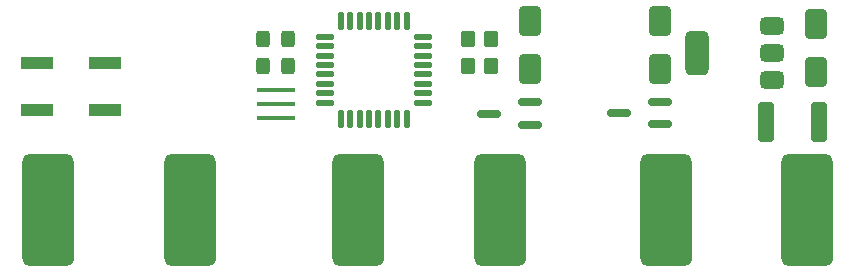
<source format=gbr>
%TF.GenerationSoftware,KiCad,Pcbnew,9.0.3*%
%TF.CreationDate,2026-02-01T21:50:05+01:00*%
%TF.ProjectId,arduinoController,61726475-696e-46f4-936f-6e74726f6c6c,rev?*%
%TF.SameCoordinates,Original*%
%TF.FileFunction,Paste,Top*%
%TF.FilePolarity,Positive*%
%FSLAX46Y46*%
G04 Gerber Fmt 4.6, Leading zero omitted, Abs format (unit mm)*
G04 Created by KiCad (PCBNEW 9.0.3) date 2026-02-01 21:50:05*
%MOMM*%
%LPD*%
G01*
G04 APERTURE LIST*
G04 Aperture macros list*
%AMRoundRect*
0 Rectangle with rounded corners*
0 $1 Rounding radius*
0 $2 $3 $4 $5 $6 $7 $8 $9 X,Y pos of 4 corners*
0 Add a 4 corners polygon primitive as box body*
4,1,4,$2,$3,$4,$5,$6,$7,$8,$9,$2,$3,0*
0 Add four circle primitives for the rounded corners*
1,1,$1+$1,$2,$3*
1,1,$1+$1,$4,$5*
1,1,$1+$1,$6,$7*
1,1,$1+$1,$8,$9*
0 Add four rect primitives between the rounded corners*
20,1,$1+$1,$2,$3,$4,$5,0*
20,1,$1+$1,$4,$5,$6,$7,0*
20,1,$1+$1,$6,$7,$8,$9,0*
20,1,$1+$1,$8,$9,$2,$3,0*%
G04 Aperture macros list end*
%ADD10RoundRect,0.250000X-0.325000X-0.450000X0.325000X-0.450000X0.325000X0.450000X-0.325000X0.450000X0*%
%ADD11RoundRect,0.250000X-0.650000X1.000000X-0.650000X-1.000000X0.650000X-1.000000X0.650000X1.000000X0*%
%ADD12RoundRect,0.660000X-1.540000X-4.090000X1.540000X-4.090000X1.540000X4.090000X-1.540000X4.090000X0*%
%ADD13R,2.750000X1.000000*%
%ADD14RoundRect,0.250000X-0.400000X-1.450000X0.400000X-1.450000X0.400000X1.450000X-0.400000X1.450000X0*%
%ADD15RoundRect,0.137500X-0.600000X-0.137500X0.600000X-0.137500X0.600000X0.137500X-0.600000X0.137500X0*%
%ADD16RoundRect,0.137500X-0.137500X-0.600000X0.137500X-0.600000X0.137500X0.600000X-0.137500X0.600000X0*%
%ADD17RoundRect,0.375000X0.625000X0.375000X-0.625000X0.375000X-0.625000X-0.375000X0.625000X-0.375000X0*%
%ADD18RoundRect,0.500000X0.500000X1.400000X-0.500000X1.400000X-0.500000X-1.400000X0.500000X-1.400000X0*%
%ADD19RoundRect,0.162500X0.837500X0.162500X-0.837500X0.162500X-0.837500X-0.162500X0.837500X-0.162500X0*%
%ADD20RoundRect,0.250000X-0.350000X-0.450000X0.350000X-0.450000X0.350000X0.450000X-0.350000X0.450000X0*%
%ADD21R,3.200000X0.400000*%
G04 APERTURE END LIST*
D10*
%TO.C,D4*%
X160950000Y-85250000D03*
X163000000Y-85250000D03*
%TD*%
D11*
%TO.C,D2*%
X183500000Y-81500000D03*
X183500000Y-85500000D03*
%TD*%
D12*
%TO.C,J2*%
X142750000Y-97500000D03*
X154750000Y-97500000D03*
%TD*%
D13*
%TO.C,SW1*%
X141750000Y-85000000D03*
X147510000Y-85000000D03*
X141750000Y-89000000D03*
X147510000Y-89000000D03*
%TD*%
D14*
%TO.C,F1*%
X203550000Y-90000000D03*
X208000000Y-90000000D03*
%TD*%
D15*
%TO.C,U1*%
X166137500Y-82787500D03*
X166137500Y-83587500D03*
X166137500Y-84387500D03*
X166137500Y-85187500D03*
X166137500Y-85987500D03*
X166137500Y-86787500D03*
X166137500Y-87587500D03*
X166137500Y-88387500D03*
D16*
X167500000Y-89750000D03*
X168300000Y-89750000D03*
X169100000Y-89750000D03*
X169900000Y-89750000D03*
X170700000Y-89750000D03*
X171500000Y-89750000D03*
X172300000Y-89750000D03*
X173100000Y-89750000D03*
D15*
X174462500Y-88387500D03*
X174462500Y-87587500D03*
X174462500Y-86787500D03*
X174462500Y-85987500D03*
X174462500Y-85187500D03*
X174462500Y-84387500D03*
X174462500Y-83587500D03*
X174462500Y-82787500D03*
D16*
X173100000Y-81425000D03*
X172300000Y-81425000D03*
X171500000Y-81425000D03*
X170700000Y-81425000D03*
X169900000Y-81425000D03*
X169100000Y-81425000D03*
X168300000Y-81425000D03*
X167500000Y-81425000D03*
%TD*%
D10*
%TO.C,D3*%
X160950000Y-83000000D03*
X163000000Y-83000000D03*
%TD*%
D17*
%TO.C,U3*%
X204000000Y-86500000D03*
X204000000Y-84200000D03*
D18*
X197700000Y-84200000D03*
D17*
X204000000Y-81900000D03*
%TD*%
D19*
%TO.C,Q1*%
X183500000Y-90250000D03*
X183500000Y-88350000D03*
X180080000Y-89300000D03*
%TD*%
D12*
%TO.C,J4*%
X169000000Y-97500000D03*
X181000000Y-97500000D03*
%TD*%
D19*
%TO.C,Q3*%
X194500000Y-90200000D03*
X194500000Y-88300000D03*
X191080000Y-89250000D03*
%TD*%
D12*
%TO.C,J3*%
X195000000Y-97500000D03*
X207000000Y-97500000D03*
%TD*%
D11*
%TO.C,D1*%
X194500000Y-81500000D03*
X194500000Y-85500000D03*
%TD*%
D20*
%TO.C,R5*%
X178250000Y-85250000D03*
X180250000Y-85250000D03*
%TD*%
D11*
%TO.C,D5*%
X207750000Y-81750000D03*
X207750000Y-85750000D03*
%TD*%
D20*
%TO.C,R7*%
X178250000Y-83000000D03*
X180250000Y-83000000D03*
%TD*%
D21*
%TO.C,Y1*%
X162000000Y-89700000D03*
X162000000Y-88500000D03*
X162000000Y-87300000D03*
%TD*%
M02*

</source>
